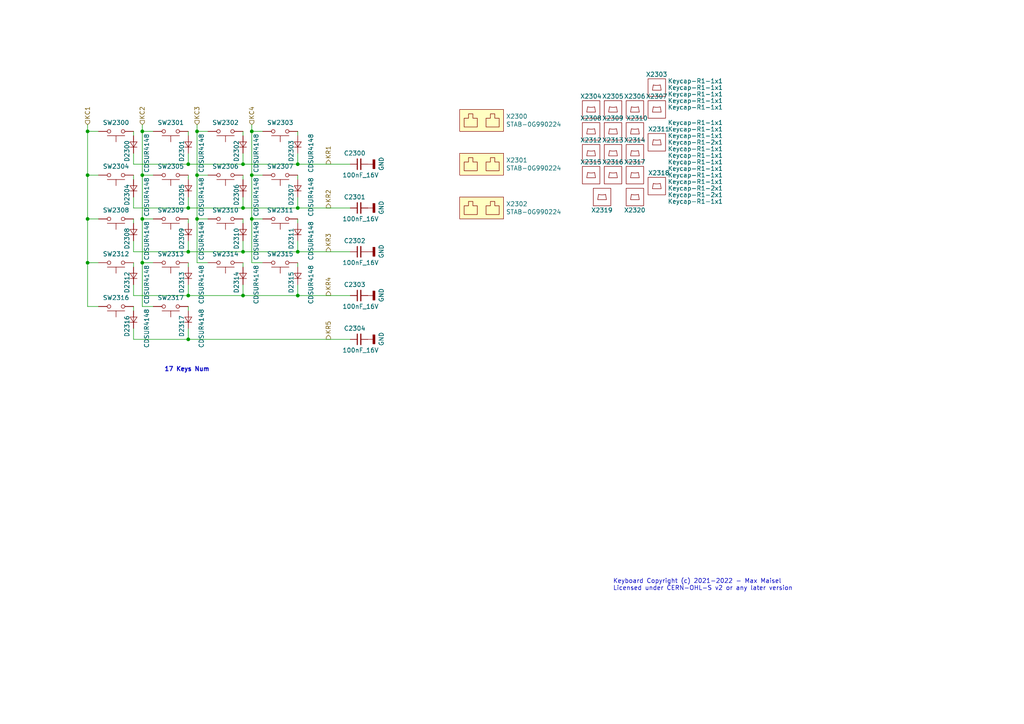
<source format=kicad_sch>
(kicad_sch (version 20211123) (generator eeschema)
  (paper "A4")
  (lib_symbols
    (symbol "CDSUR4148_1" (pin_numbers hide) (pin_names (offset 0.254) hide)
      (property "Reference" "D" (at -1.27 2.032 0))
      (property "Value" "CDSUR4148_1" (at -5.334 -2.286 0))
      (symbol "CDSUR4148_1_1_1"
        (pin passive line (at -2.54 0 0) (length 1.778) (name "K") (number "1"))
        (pin passive line (at 2.54 0 180) (length 1.778) (name "A") (number "2"))
      )
    )
    (symbol "CDSUR4148_10" (pin_numbers hide) (pin_names (offset 0.254) hide)
      (property "Reference" "D" (at -1.27 2.032 0))
      (property "Value" "CDSUR4148_10" (at -5.334 -2.286 0))
      (symbol "CDSUR4148_10_1_1"
        (pin passive line (at -2.54 0 0) (length 1.778) (name "K") (number "1"))
        (pin passive line (at 2.54 0 180) (length 1.778) (name "A") (number "2"))
      )
    )
    (symbol "CDSUR4148_11" (pin_numbers hide) (pin_names (offset 0.254) hide)
      (property "Reference" "D" (at -1.27 2.032 0))
      (property "Value" "CDSUR4148_11" (at -5.334 -2.286 0))
      (symbol "CDSUR4148_11_1_1"
        (pin passive line (at -2.54 0 0) (length 1.778) (name "K") (number "1"))
        (pin passive line (at 2.54 0 180) (length 1.778) (name "A") (number "2"))
      )
    )
    (symbol "CDSUR4148_12" (pin_numbers hide) (pin_names (offset 0.254) hide)
      (property "Reference" "D" (at -1.27 2.032 0))
      (property "Value" "CDSUR4148_12" (at -5.334 -2.286 0))
      (symbol "CDSUR4148_12_1_1"
        (pin passive line (at -2.54 0 0) (length 1.778) (name "K") (number "1"))
        (pin passive line (at 2.54 0 180) (length 1.778) (name "A") (number "2"))
      )
    )
    (symbol "CDSUR4148_13" (pin_numbers hide) (pin_names (offset 0.254) hide)
      (property "Reference" "D" (at -1.27 2.032 0))
      (property "Value" "CDSUR4148_13" (at -5.334 -2.286 0))
      (symbol "CDSUR4148_13_1_1"
        (pin passive line (at -2.54 0 0) (length 1.778) (name "K") (number "1"))
        (pin passive line (at 2.54 0 180) (length 1.778) (name "A") (number "2"))
      )
    )
    (symbol "CDSUR4148_14" (pin_numbers hide) (pin_names (offset 0.254) hide)
      (property "Reference" "D" (at -1.27 2.032 0))
      (property "Value" "CDSUR4148_14" (at -5.334 -2.286 0))
      (symbol "CDSUR4148_14_1_1"
        (pin passive line (at -2.54 0 0) (length 1.778) (name "K") (number "1"))
        (pin passive line (at 2.54 0 180) (length 1.778) (name "A") (number "2"))
      )
    )
    (symbol "CDSUR4148_15" (pin_numbers hide) (pin_names (offset 0.254) hide)
      (property "Reference" "D" (at -1.27 2.032 0))
      (property "Value" "CDSUR4148_15" (at -5.334 -2.286 0))
      (symbol "CDSUR4148_15_1_1"
        (pin passive line (at -2.54 0 0) (length 1.778) (name "K") (number "1"))
        (pin passive line (at 2.54 0 180) (length 1.778) (name "A") (number "2"))
      )
    )
    (symbol "CDSUR4148_16" (pin_numbers hide) (pin_names (offset 0.254) hide)
      (property "Reference" "D" (at -1.27 2.032 0))
      (property "Value" "CDSUR4148_16" (at -5.334 -2.286 0))
      (symbol "CDSUR4148_16_1_1"
        (pin passive line (at -2.54 0 0) (length 1.778) (name "K") (number "1"))
        (pin passive line (at 2.54 0 180) (length 1.778) (name "A") (number "2"))
      )
    )
    (symbol "CDSUR4148_17" (pin_numbers hide) (pin_names (offset 0.254) hide)
      (property "Reference" "D" (at -1.27 2.032 0))
      (property "Value" "CDSUR4148_17" (at -5.334 -2.286 0))
      (symbol "CDSUR4148_17_1_1"
        (pin passive line (at -2.54 0 0) (length 1.778) (name "K") (number "1"))
        (pin passive line (at 2.54 0 180) (length 1.778) (name "A") (number "2"))
      )
    )
    (symbol "CDSUR4148_2" (pin_numbers hide) (pin_names (offset 0.254) hide)
      (property "Reference" "D" (at -1.27 2.032 0))
      (property "Value" "CDSUR4148_2" (at -5.334 -2.286 0))
      (symbol "CDSUR4148_2_1_1"
        (pin passive line (at -2.54 0 0) (length 1.778) (name "K") (number "1"))
        (pin passive line (at 2.54 0 180) (length 1.778) (name "A") (number "2"))
      )
    )
    (symbol "CDSUR4148_3" (pin_numbers hide) (pin_names (offset 0.254) hide)
      (property "Reference" "D" (at -1.27 2.032 0))
      (property "Value" "CDSUR4148_3" (at -5.334 -2.286 0))
      (symbol "CDSUR4148_3_1_1"
        (pin passive line (at -2.54 0 0) (length 1.778) (name "K") (number "1"))
        (pin passive line (at 2.54 0 180) (length 1.778) (name "A") (number "2"))
      )
    )
    (symbol "CDSUR4148_4" (pin_numbers hide) (pin_names (offset 0.254) hide)
      (property "Reference" "D" (at -1.27 2.032 0))
      (property "Value" "CDSUR4148_4" (at -5.334 -2.286 0))
      (symbol "CDSUR4148_4_1_1"
        (pin passive line (at -2.54 0 0) (length 1.778) (name "K") (number "1"))
        (pin passive line (at 2.54 0 180) (length 1.778) (name "A") (number "2"))
      )
    )
    (symbol "CDSUR4148_5" (pin_numbers hide) (pin_names (offset 0.254) hide)
      (property "Reference" "D" (at -1.27 2.032 0))
      (property "Value" "CDSUR4148_5" (at -5.334 -2.286 0))
      (symbol "CDSUR4148_5_1_1"
        (pin passive line (at -2.54 0 0) (length 1.778) (name "K") (number "1"))
        (pin passive line (at 2.54 0 180) (length 1.778) (name "A") (number "2"))
      )
    )
    (symbol "CDSUR4148_6" (pin_numbers hide) (pin_names (offset 0.254) hide)
      (property "Reference" "D" (at -1.27 2.032 0))
      (property "Value" "CDSUR4148_6" (at -5.334 -2.286 0))
      (symbol "CDSUR4148_6_1_1"
        (pin passive line (at -2.54 0 0) (length 1.778) (name "K") (number "1"))
        (pin passive line (at 2.54 0 180) (length 1.778) (name "A") (number "2"))
      )
    )
    (symbol "CDSUR4148_7" (pin_numbers hide) (pin_names (offset 0.254) hide)
      (property "Reference" "D" (at -1.27 2.032 0))
      (property "Value" "CDSUR4148_7" (at -5.334 -2.286 0))
      (symbol "CDSUR4148_7_1_1"
        (pin passive line (at -2.54 0 0) (length 1.778) (name "K") (number "1"))
        (pin passive line (at 2.54 0 180) (length 1.778) (name "A") (number "2"))
      )
    )
    (symbol "CDSUR4148_8" (pin_numbers hide) (pin_names (offset 0.254) hide)
      (property "Reference" "D" (at -1.27 2.032 0))
      (property "Value" "CDSUR4148_8" (at -5.334 -2.286 0))
      (symbol "CDSUR4148_8_1_1"
        (pin passive line (at -2.54 0 0) (length 1.778) (name "K") (number "1"))
        (pin passive line (at 2.54 0 180) (length 1.778) (name "A") (number "2"))
      )
    )
    (symbol "CDSUR4148_9" (pin_numbers hide) (pin_names (offset 0.254) hide)
      (property "Reference" "D" (at -1.27 2.032 0))
      (property "Value" "CDSUR4148_9" (at -5.334 -2.286 0))
      (symbol "CDSUR4148_9_1_1"
        (pin passive line (at -2.54 0 0) (length 1.778) (name "K") (number "1"))
        (pin passive line (at 2.54 0 180) (length 1.778) (name "A") (number "2"))
      )
    )
    (symbol "Keyboard:100nF_16V" (pin_numbers hide) (pin_names (offset 0.254) hide)
      (property "Reference" "C" (at 0.254 1.778 0))
      (property "Value" "100nF_16V" (at 0.254 -2.032 0))
      (symbol "100nF_16V_1_1"
        (pin passive line (at 0 2.54 270) (length 2.032) (name "~") (number "1"))
        (pin passive line (at 0 -2.54 90) (length 2.032) (name "~") (number "2"))
      )
    )
    (symbol "Keyboard:CDSUR4148" (pin_numbers hide) (pin_names (offset 0.254) hide)
      (property "Reference" "D" (at -1.27 2.032 0))
      (property "Value" "CDSUR4148" (at -5.334 -2.286 0))
      (symbol "CDSUR4148_1_1"
        (pin passive line (at -2.54 0 0) (length 1.778) (name "K") (number "1"))
        (pin passive line (at 2.54 0 180) (length 1.778) (name "A") (number "2"))
      )
    )
    (symbol "Keyboard:GND" (power) (pin_names (offset 0))
      (property "Value" "GND" (at 0 -3.175 0))
      (symbol "GND_1_1"
        (pin power_in line (at 0 0 270) (length 0) hide (name "GND") (number "1"))
      )
    )
    (symbol "Keyboard:Keycap-R1-1x1" (pin_names (offset 1.016))
      (property "Reference" "X" (at -2.54 3.81 0))
      (property "Value" "Keycap-R1-1x1" (at 0 -3.81 0))
    )
    (symbol "Keyboard:Keycap-R1-2x1" (pin_names (offset 1.016))
      (property "Reference" "X" (at -2.54 3.81 0))
      (property "Value" "Keycap-R1-2x1" (at 0 -3.81 0))
    )
    (symbol "Keyboard:STAB-0G990224" (pin_names (offset 1.016))
      (property "Reference" "X" (at 0 0 0))
      (property "Value" "STAB-0G990224" (at 0 0 0))
    )
    (symbol "Keyboard:SW_Cherry_MX_RGB" (pin_numbers hide) (pin_names (offset 1.016) hide)
      (property "Reference" "SW" (at 1.27 2.54 0))
      (property "Value" "SW_Cherry_MX_RGB" (at 0 -1.524 0))
      (symbol "SW_Cherry_MX_RGB_0_1"
        (pin passive line (at -5.08 0 0) (length 2.54) (name "1") (number "1"))
        (pin passive line (at 5.08 0 180) (length 2.54) (name "2") (number "2"))
      )
    )
    (symbol "Keycap-R1-1x1_1" (pin_names (offset 1.016))
      (property "Reference" "X" (at -2.54 3.81 0))
      (property "Value" "Keycap-R1-1x1_1" (at 0 -3.81 0))
    )
    (symbol "Keycap-R1-1x1_10" (pin_names (offset 1.016))
      (property "Reference" "X" (at -2.54 3.81 0))
      (property "Value" "Keycap-R1-1x1_10" (at 0 -3.81 0))
    )
    (symbol "Keycap-R1-1x1_11" (pin_names (offset 1.016))
      (property "Reference" "X" (at -2.54 3.81 0))
      (property "Value" "Keycap-R1-1x1_11" (at 0 -3.81 0))
    )
    (symbol "Keycap-R1-1x1_12" (pin_names (offset 1.016))
      (property "Reference" "X" (at -2.54 3.81 0))
      (property "Value" "Keycap-R1-1x1_12" (at 0 -3.81 0))
    )
    (symbol "Keycap-R1-1x1_13" (pin_names (offset 1.016))
      (property "Reference" "X" (at -2.54 3.81 0))
      (property "Value" "Keycap-R1-1x1_13" (at 0 -3.81 0))
    )
    (symbol "Keycap-R1-1x1_14" (pin_names (offset 1.016))
      (property "Reference" "X" (at -2.54 3.81 0))
      (property "Value" "Keycap-R1-1x1_14" (at 0 -3.81 0))
    )
    (symbol "Keycap-R1-1x1_2" (pin_names (offset 1.016))
      (property "Reference" "X" (at -2.54 3.81 0))
      (property "Value" "Keycap-R1-1x1_2" (at 0 -3.81 0))
    )
    (symbol "Keycap-R1-1x1_3" (pin_names (offset 1.016))
      (property "Reference" "X" (at -2.54 3.81 0))
      (property "Value" "Keycap-R1-1x1_3" (at 0 -3.81 0))
    )
    (symbol "Keycap-R1-1x1_4" (pin_names (offset 1.016))
      (property "Reference" "X" (at -2.54 3.81 0))
      (property "Value" "Keycap-R1-1x1_4" (at 0 -3.81 0))
    )
    (symbol "Keycap-R1-1x1_5" (pin_names (offset 1.016))
      (property "Reference" "X" (at -2.54 3.81 0))
      (property "Value" "Keycap-R1-1x1_5" (at 0 -3.81 0))
    )
    (symbol "Keycap-R1-1x1_6" (pin_names (offset 1.016))
      (property "Reference" "X" (at -2.54 3.81 0))
      (property "Value" "Keycap-R1-1x1_6" (at 0 -3.81 0))
    )
    (symbol "Keycap-R1-1x1_7" (pin_names (offset 1.016))
      (property "Reference" "X" (at -2.54 3.81 0))
      (property "Value" "Keycap-R1-1x1_7" (at 0 -3.81 0))
    )
    (symbol "Keycap-R1-1x1_8" (pin_names (offset 1.016))
      (property "Reference" "X" (at -2.54 3.81 0))
      (property "Value" "Keycap-R1-1x1_8" (at 0 -3.81 0))
    )
    (symbol "Keycap-R1-1x1_9" (pin_names (offset 1.016))
      (property "Reference" "X" (at -2.54 3.81 0))
      (property "Value" "Keycap-R1-1x1_9" (at 0 -3.81 0))
    )
    (symbol "Keycap-R1-2x1_1" (pin_names (offset 1.016))
      (property "Reference" "X" (at -2.54 3.81 0))
      (property "Value" "Keycap-R1-2x1_1" (at 0 -3.81 0))
    )
    (symbol "Keycap-R1-2x1_2" (pin_names (offset 1.016))
      (property "Reference" "X" (at -2.54 3.81 0))
      (property "Value" "Keycap-R1-2x1_2" (at 0 -3.81 0))
    )
    (symbol "STAB-0G990224_1" (pin_names (offset 1.016))
      (property "Reference" "X" (at 0 0 0))
      (property "Value" "STAB-0G990224_1" (at 0 0 0))
    )
    (symbol "STAB-0G990224_2" (pin_names (offset 1.016))
      (property "Reference" "X" (at 0 0 0))
      (property "Value" "STAB-0G990224_2" (at 0 0 0))
    )
    (symbol "SW_Cherry_MX_RGB_1" (pin_numbers hide) (pin_names (offset 1.016) hide)
      (property "Reference" "SW" (at 1.27 2.54 0))
      (property "Value" "SW_Cherry_MX_RGB_1" (at 0 -1.524 0))
      (symbol "SW_Cherry_MX_RGB_1_0_1"
        (pin passive line (at -5.08 0 0) (length 2.54) (name "1") (number "1"))
        (pin passive line (at 5.08 0 180) (length 2.54) (name "2") (number "2"))
      )
    )
    (symbol "SW_Cherry_MX_RGB_10" (pin_numbers hide) (pin_names (offset 1.016) hide)
      (property "Reference" "SW" (at 1.27 2.54 0))
      (property "Value" "SW_Cherry_MX_RGB_10" (at 0 -1.524 0))
      (symbol "SW_Cherry_MX_RGB_10_0_1"
        (pin passive line (at -5.08 0 0) (length 2.54) (name "1") (number "1"))
        (pin passive line (at 5.08 0 180) (length 2.54) (name "2") (number "2"))
      )
    )
    (symbol "SW_Cherry_MX_RGB_11" (pin_numbers hide) (pin_names (offset 1.016) hide)
      (property "Reference" "SW" (at 1.27 2.54 0))
      (property "Value" "SW_Cherry_MX_RGB_11" (at 0 -1.524 0))
      (symbol "SW_Cherry_MX_RGB_11_0_1"
        (pin passive line (at -5.08 0 0) (length 2.54) (name "1") (number "1"))
        (pin passive line (at 5.08 0 180) (length 2.54) (name "2") (number "2"))
      )
    )
    (symbol "SW_Cherry_MX_RGB_12" (pin_numbers hide) (pin_names (offset 1.016) hide)
      (property "Reference" "SW" (at 1.27 2.54 0))
      (property "Value" "SW_Cherry_MX_RGB_12" (at 0 -1.524 0))
      (symbol "SW_Cherry_MX_RGB_12_0_1"
        (pin passive line (at -5.08 0 0) (length 2.54) (name "1") (number "1"))
        (pin passive line (at 5.08 0 180) (length 2.54) (name "2") (number "2"))
      )
    )
    (symbol "SW_Cherry_MX_RGB_13" (pin_numbers hide) (pin_names (offset 1.016) hide)
      (property "Reference" "SW" (at 1.27 2.54 0))
      (property "Value" "SW_Cherry_MX_RGB_13" (at 0 -1.524 0))
      (symbol "SW_Cherry_MX_RGB_13_0_1"
        (pin passive line (at -5.08 0 0) (length 2.54) (name "1") (number "1"))
        (pin passive line (at 5.08 0 180) (length 2.54) (name "2") (number "2"))
      )
    )
    (symbol "SW_Cherry_MX_RGB_14" (pin_numbers hide) (pin_names (offset 1.016) hide)
      (property "Reference" "SW" (at 1.27 2.54 0))
      (property "Value" "SW_Cherry_MX_RGB_14" (at 0 -1.524 0))
      (symbol "SW_Cherry_MX_RGB_14_0_1"
        (pin passive line (at -5.08 0 0) (length 2.54) (name "1") (number "1"))
        (pin passive line (at 5.08 0 180) (length 2.54) (name "2") (number "2"))
      )
    )
    (symbol "SW_Cherry_MX_RGB_15" (pin_numbers hide) (pin_names (offset 1.016) hide)
      (property "Reference" "SW" (at 1.27 2.54 0))
      (property "Value" "SW_Cherry_MX_RGB_15" (at 0 -1.524 0))
      (symbol "SW_Cherry_MX_RGB_15_0_1"
        (pin passive line (at -5.08 0 0) (length 2.54) (name "1") (number "1"))
        (pin passive line (at 5.08 0 180) (length 2.54) (name "2") (number "2"))
      )
    )
    (symbol "SW_Cherry_MX_RGB_16" (pin_numbers hide) (pin_names (offset 1.016) hide)
      (property "Reference" "SW" (at 1.27 2.54 0))
      (property "Value" "SW_Cherry_MX_RGB_16" (at 0 -1.524 0))
      (symbol "SW_Cherry_MX_RGB_16_0_1"
        (pin passive line (at -5.08 0 0) (length 2.54) (name "1") (number "1"))
        (pin passive line (at 5.08 0 180) (length 2.54) (name "2") (number "2"))
      )
    )
    (symbol "SW_Cherry_MX_RGB_17" (pin_numbers hide) (pin_names (offset 1.016) hide)
      (property "Reference" "SW" (at 1.27 2.54 0))
      (property "Value" "SW_Cherry_MX_RGB_17" (at 0 -1.524 0))
      (symbol "SW_Cherry_MX_RGB_17_0_1"
        (pin passive line (at -5.08 0 0) (length 2.54) (name "1") (number "1"))
        (pin passive line (at 5.08 0 180) (length 2.54) (name "2") (number "2"))
      )
    )
    (symbol "SW_Cherry_MX_RGB_2" (pin_numbers hide) (pin_names (offset 1.016) hide)
      (property "Reference" "SW" (at 1.27 2.54 0))
      (property "Value" "SW_Cherry_MX_RGB_2" (at 0 -1.524 0))
      (symbol "SW_Cherry_MX_RGB_2_0_1"
        (pin passive line (at -5.08 0 0) (length 2.54) (name "1") (number "1"))
        (pin passive line (at 5.08 0 180) (length 2.54) (name "2") (number "2"))
      )
    )
    (symbol "SW_Cherry_MX_RGB_3" (pin_numbers hide) (pin_names (offset 1.016) hide)
      (property "Reference" "SW" (at 1.27 2.54 0))
      (property "Value" "SW_Cherry_MX_RGB_3" (at 0 -1.524 0))
      (symbol "SW_Cherry_MX_RGB_3_0_1"
        (pin passive line (at -5.08 0 0) (length 2.54) (name "1") (number "1"))
        (pin passive line (at 5.08 0 180) (length 2.54) (name "2") (number "2"))
      )
    )
    (symbol "SW_Cherry_MX_RGB_4" (pin_numbers hide) (pin_names (offset 1.016) hide)
      (property "Reference" "SW" (at 1.27 2.54 0))
      (property "Value" "SW_Cherry_MX_RGB_4" (at 0 -1.524 0))
      (symbol "SW_Cherry_MX_RGB_4_0_1"
        (pin passive line (at -5.08 0 0) (length 2.54) (name "1") (number "1"))
        (pin passive line (at 5.08 0 180) (length 2.54) (name "2") (number "2"))
      )
    )
    (symbol "SW_Cherry_MX_RGB_5" (pin_numbers hide) (pin_names (offset 1.016) hide)
      (property "Reference" "SW" (at 1.27 2.54 0))
      (property "Value" "SW_Cherry_MX_RGB_5" (at 0 -1.524 0))
      (symbol "SW_Cherry_MX_RGB_5_0_1"
        (pin passive line (at -5.08 0 0) (length 2.54) (name "1") (number "1"))
        (pin passive line (at 5.08 0 180) (length 2.54) (name "2") (number "2"))
      )
    )
    (symbol "SW_Cherry_MX_RGB_6" (pin_numbers hide) (pin_names (offset 1.016) hide)
      (property "Reference" "SW" (at 1.27 2.54 0))
      (property "Value" "SW_Cherry_MX_RGB_6" (at 0 -1.524 0))
      (symbol "SW_Cherry_MX_RGB_6_0_1"
        (pin passive line (at -5.08 0 0) (length 2.54) (name "1") (number "1"))
        (pin passive line (at 5.08 0 180) (length 2.54) (name "2") (number "2"))
      )
    )
    (symbol "SW_Cherry_MX_RGB_7" (pin_numbers hide) (pin_names (offset 1.016) hide)
      (property "Reference" "SW" (at 1.27 2.54 0))
      (property "Value" "SW_Cherry_MX_RGB_7" (at 0 -1.524 0))
      (symbol "SW_Cherry_MX_RGB_7_0_1"
        (pin passive line (at -5.08 0 0) (length 2.54) (name "1") (number "1"))
        (pin passive line (at 5.08 0 180) (length 2.54) (name "2") (number "2"))
      )
    )
    (symbol "SW_Cherry_MX_RGB_8" (pin_numbers hide) (pin_names (offset 1.016) hide)
      (property "Reference" "SW" (at 1.27 2.54 0))
      (property "Value" "SW_Cherry_MX_RGB_8" (at 0 -1.524 0))
      (symbol "SW_Cherry_MX_RGB_8_0_1"
        (pin passive line (at -5.08 0 0) (length 2.54) (name "1") (number "1"))
        (pin passive line (at 5.08 0 180) (length 2.54) (name "2") (number "2"))
      )
    )
    (symbol "SW_Cherry_MX_RGB_9" (pin_numbers hide) (pin_names (offset 1.016) hide)
      (property "Reference" "SW" (at 1.27 2.54 0))
      (property "Value" "SW_Cherry_MX_RGB_9" (at 0 -1.524 0))
      (symbol "SW_Cherry_MX_RGB_9_0_1"
        (pin passive line (at -5.08 0 0) (length 2.54) (name "1") (number "1"))
        (pin passive line (at 5.08 0 180) (length 2.54) (name "2") (number "2"))
      )
    )
  )
  (junction (at 25.4 38.1))
  (junction (at 70.485 47.625))
  (junction (at 41.275 76.2))
  (junction (at 25.4 63.5))
  (junction (at 86.36 73.025))
  (junction (at 54.61 98.425))
  (junction (at 54.61 60.325))
  (junction (at 25.4 76.2))
  (junction (at 41.275 38.1))
  (junction (at 86.36 47.625))
  (junction (at 57.15 50.8))
  (junction (at 41.275 63.5))
  (junction (at 73.025 38.1))
  (junction (at 25.4 50.8))
  (junction (at 41.275 50.8))
  (junction (at 70.485 73.025))
  (junction (at 73.025 63.5))
  (junction (at 54.61 47.625))
  (junction (at 86.36 85.725))
  (junction (at 54.61 73.025))
  (junction (at 70.485 60.325))
  (junction (at 86.36 60.325))
  (junction (at 73.025 50.8))
  (junction (at 57.15 38.1))
  (junction (at 70.485 85.725))
  (junction (at 57.15 63.5))
  (junction (at 54.61 85.725))
  (wire (pts (xy 54.61 90.17) (xy 54.61 88.9)))
  (wire (pts (xy 38.735 95.25) (xy 38.735 98.425)))
  (wire (pts (xy 44.45 63.5) (xy 41.275 63.5)))
  (wire (pts (xy 54.61 52.07) (xy 54.61 50.8)))
  (wire (pts (xy 86.36 85.725) (xy 101.6 85.725)))
  (wire (pts (xy 86.36 52.07) (xy 86.36 50.8)))
  (wire (pts (xy 41.275 50.8) (xy 41.275 63.5)))
  (wire (pts (xy 38.735 64.77) (xy 38.735 63.5)))
  (wire (pts (xy 76.2 50.8) (xy 73.025 50.8)))
  (wire (pts (xy 57.15 50.8) (xy 57.15 63.5)))
  (wire (pts (xy 38.735 39.37) (xy 38.735 38.1)))
  (wire (pts (xy 41.275 38.1) (xy 41.275 50.8)))
  (wire (pts (xy 86.36 47.625) (xy 70.485 47.625)))
  (wire (pts (xy 60.325 76.2) (xy 57.15 76.2)))
  (wire (pts (xy 25.4 88.9) (xy 28.575 88.9)))
  (wire (pts (xy 54.61 60.325) (xy 38.735 60.325)))
  (wire (pts (xy 70.485 47.625) (xy 54.61 47.625)))
  (wire (pts (xy 28.575 76.2) (xy 25.4 76.2)))
  (wire (pts (xy 86.36 77.47) (xy 86.36 76.2)))
  (wire (pts (xy 44.45 38.1) (xy 41.275 38.1)))
  (wire (pts (xy 41.275 76.2) (xy 41.275 88.9)))
  (wire (pts (xy 41.275 36.195) (xy 41.275 38.1)))
  (wire (pts (xy 70.485 64.77) (xy 70.485 63.5)))
  (wire (pts (xy 70.485 39.37) (xy 70.485 38.1)))
  (wire (pts (xy 54.61 82.55) (xy 54.61 85.725)))
  (wire (pts (xy 54.61 69.85) (xy 54.61 73.025)))
  (wire (pts (xy 57.15 38.1) (xy 57.15 50.8)))
  (wire (pts (xy 70.485 57.15) (xy 70.485 60.325)))
  (wire (pts (xy 54.61 98.425) (xy 101.6 98.425)))
  (wire (pts (xy 38.735 44.45) (xy 38.735 47.625)))
  (wire (pts (xy 86.36 73.025) (xy 70.485 73.025)))
  (wire (pts (xy 54.61 73.025) (xy 38.735 73.025)))
  (wire (pts (xy 54.61 77.47) (xy 54.61 76.2)))
  (wire (pts (xy 70.485 52.07) (xy 70.485 50.8)))
  (wire (pts (xy 54.61 85.725) (xy 38.735 85.725)))
  (wire (pts (xy 54.61 57.15) (xy 54.61 60.325)))
  (wire (pts (xy 70.485 73.025) (xy 54.61 73.025)))
  (wire (pts (xy 25.4 63.5) (xy 25.4 76.2)))
  (wire (pts (xy 70.485 85.725) (xy 54.61 85.725)))
  (wire (pts (xy 86.36 60.325) (xy 70.485 60.325)))
  (wire (pts (xy 86.36 44.45) (xy 86.36 47.625)))
  (wire (pts (xy 54.61 95.25) (xy 54.61 98.425)))
  (wire (pts (xy 54.61 44.45) (xy 54.61 47.625)))
  (wire (pts (xy 38.735 82.55) (xy 38.735 85.725)))
  (wire (pts (xy 25.4 38.1) (xy 25.4 36.195)))
  (wire (pts (xy 25.4 76.2) (xy 25.4 88.9)))
  (wire (pts (xy 86.36 39.37) (xy 86.36 38.1)))
  (wire (pts (xy 70.485 77.47) (xy 70.485 76.2)))
  (wire (pts (xy 70.485 69.85) (xy 70.485 73.025)))
  (wire (pts (xy 38.735 52.07) (xy 38.735 50.8)))
  (wire (pts (xy 25.4 50.8) (xy 25.4 63.5)))
  (wire (pts (xy 54.61 64.77) (xy 54.61 63.5)))
  (wire (pts (xy 86.36 60.325) (xy 101.6 60.325)))
  (wire (pts (xy 38.735 57.15) (xy 38.735 60.325)))
  (wire (pts (xy 38.735 90.17) (xy 38.735 88.9)))
  (wire (pts (xy 73.025 63.5) (xy 73.025 76.2)))
  (wire (pts (xy 70.485 60.325) (xy 54.61 60.325)))
  (wire (pts (xy 38.735 69.85) (xy 38.735 73.025)))
  (wire (pts (xy 57.15 36.195) (xy 57.15 38.1)))
  (wire (pts (xy 86.36 57.15) (xy 86.36 60.325)))
  (wire (pts (xy 60.325 50.8) (xy 57.15 50.8)))
  (wire (pts (xy 86.36 82.55) (xy 86.36 85.725)))
  (wire (pts (xy 73.025 38.1) (xy 73.025 50.8)))
  (wire (pts (xy 28.575 63.5) (xy 25.4 63.5)))
  (wire (pts (xy 86.36 47.625) (xy 101.6 47.625)))
  (wire (pts (xy 73.025 50.8) (xy 73.025 63.5)))
  (wire (pts (xy 54.61 39.37) (xy 54.61 38.1)))
  (wire (pts (xy 76.2 76.2) (xy 73.025 76.2)))
  (wire (pts (xy 86.36 69.85) (xy 86.36 73.025)))
  (wire (pts (xy 41.275 63.5) (xy 41.275 76.2)))
  (wire (pts (xy 76.2 63.5) (xy 73.025 63.5)))
  (wire (pts (xy 41.275 88.9) (xy 44.45 88.9)))
  (wire (pts (xy 86.36 64.77) (xy 86.36 63.5)))
  (wire (pts (xy 44.45 76.2) (xy 41.275 76.2)))
  (wire (pts (xy 28.575 50.8) (xy 25.4 50.8)))
  (wire (pts (xy 54.61 98.425) (xy 38.735 98.425)))
  (wire (pts (xy 57.15 63.5) (xy 57.15 76.2)))
  (wire (pts (xy 86.36 73.025) (xy 101.6 73.025)))
  (wire (pts (xy 76.2 38.1) (xy 73.025 38.1)))
  (wire (pts (xy 60.325 63.5) (xy 57.15 63.5)))
  (wire (pts (xy 38.735 77.47) (xy 38.735 76.2)))
  (wire (pts (xy 70.485 82.55) (xy 70.485 85.725)))
  (wire (pts (xy 86.36 85.725) (xy 70.485 85.725)))
  (wire (pts (xy 44.45 50.8) (xy 41.275 50.8)))
  (wire (pts (xy 25.4 38.1) (xy 25.4 50.8)))
  (wire (pts (xy 70.485 44.45) (xy 70.485 47.625)))
  (wire (pts (xy 60.325 38.1) (xy 57.15 38.1)))
  (wire (pts (xy 25.4 38.1) (xy 28.575 38.1)))
  (wire (pts (xy 54.61 47.625) (xy 38.735 47.625)))
  (wire (pts (xy 73.025 36.195) (xy 73.025 38.1)))
  (text "Keyboard Copyright (c) 2021-2022 - Max Maisel\nLicensed under CERN-OHL-S v2 or any later version" (at 177.8 171.45 0) (effects (font (size 1.27 1.27)) (justify left bottom)))
  (text "17 Keys Num" (at 47.625 107.95 0) (effects (font (size 1.27 1.27) (thickness 0.254) bold) (justify left bottom)))
  (hierarchical_label "KC2" (shape input) (at 41.275 36.195 90))
  (hierarchical_label "KC1" (shape input) (at 25.4 36.195 90))
  (hierarchical_label "KR3" (shape output) (at 95.25 73.025 90))
  (hierarchical_label "KC4" (shape input) (at 73.025 36.195 90))
  (hierarchical_label "KR4" (shape output) (at 95.25 85.725 90))
  (hierarchical_label "KR5" (shape output) (at 95.25 98.425 90))
  (hierarchical_label "KR2" (shape output) (at 95.25 60.325 90))
  (hierarchical_label "KR1" (shape output) (at 95.25 47.625 90))
  (hierarchical_label "KC3" (shape input) (at 57.15 36.195 90))
  (symbol (lib_name "SW_Cherry_MX_RGB_17") (lib_id "Keyboard:SW_Cherry_MX_RGB") (at 33.655 38.1 0) (mirror x) (unit 1)
    (property "Reference" "SW2300" (at 33.655 35.56 0))
    (property "Value" "SW_Cherry_MX_RGB" (effects hide))
    (property "Footprint" "Keyboard:SW_Cherry_MX1A_RGB" (effects hide))
    (property "Datasheet" "https://www.cherrymx.de/dev.html" (effects hide))
    (property "reichelt#" "CHERRY MX1A-G1NA" (effects hide))
  )
  (symbol (lib_name "SW_Cherry_MX_RGB_7") (lib_id "Keyboard:SW_Cherry_MX_RGB") (at 33.655 50.8 0) (mirror x) (unit 1)
    (property "Reference" "SW2304" (at 33.655 48.26 0))
    (property "Value" "SW_Cherry_MX_RGB" (effects hide))
    (property "Footprint" "Keyboard:SW_Cherry_MX1A_RGB" (effects hide))
    (property "Datasheet" "https://www.cherrymx.de/dev.html" (effects hide))
    (property "reichelt#" "CHERRY MX1A-G1NA" (effects hide))
  )
  (symbol (lib_name "SW_Cherry_MX_RGB_8") (lib_id "Keyboard:SW_Cherry_MX_RGB") (at 33.655 63.5 0) (mirror x) (unit 1)
    (property "Reference" "SW2308" (at 33.655 60.96 0))
    (property "Value" "SW_Cherry_MX_RGB" (effects hide))
    (property "Footprint" "Keyboard:SW_Cherry_MX1A_RGB" (effects hide))
    (property "Datasheet" "https://www.cherrymx.de/dev.html" (effects hide))
    (property "reichelt#" "CHERRY MX1A-G1NA" (effects hide))
  )
  (symbol (lib_name "SW_Cherry_MX_RGB_10") (lib_id "Keyboard:SW_Cherry_MX_RGB") (at 33.655 76.2 0) (mirror x) (unit 1)
    (property "Reference" "SW2312" (at 33.655 73.66 0))
    (property "Value" "SW_Cherry_MX_RGB" (effects hide))
    (property "Footprint" "Keyboard:SW_Cherry_MX1A_RGB" (effects hide))
    (property "Datasheet" "https://www.cherrymx.de/dev.html" (effects hide))
    (property "reichelt#" "CHERRY MX1A-G1NA" (effects hide))
  )
  (symbol (lib_name "SW_Cherry_MX_RGB_9") (lib_id "Keyboard:SW_Cherry_MX_RGB") (at 33.655 88.9 0) (mirror x) (unit 1)
    (property "Reference" "SW2316" (at 33.655 86.36 0))
    (property "Value" "SW_Cherry_MX_RGB" (effects hide))
    (property "Footprint" "Keyboard:SW_Cherry_MX1A_RGB" (effects hide))
    (property "Datasheet" "https://www.cherrymx.de/dev.html" (effects hide))
    (property "reichelt#" "CHERRY MX1A-G1NA" (effects hide))
  )
  (symbol (lib_id "Keyboard:SW_Cherry_MX_RGB") (at 49.53 38.1 0) (mirror x) (unit 1)
    (property "Reference" "SW2301" (at 49.53 35.56 0))
    (property "Value" "SW_Cherry_MX_RGB" (effects hide))
    (property "Footprint" "Keyboard:SW_Cherry_MX1A_RGB" (effects hide))
    (property "Datasheet" "https://www.cherrymx.de/dev.html" (effects hide))
    (property "reichelt#" "CHERRY MX1A-G1NA" (effects hide))
  )
  (symbol (lib_name "SW_Cherry_MX_RGB_6") (lib_id "Keyboard:SW_Cherry_MX_RGB") (at 49.53 50.8 0) (mirror x) (unit 1)
    (property "Reference" "SW2305" (at 49.53 48.26 0))
    (property "Value" "SW_Cherry_MX_RGB" (effects hide))
    (property "Footprint" "Keyboard:SW_Cherry_MX1A_RGB" (effects hide))
    (property "Datasheet" "https://www.cherrymx.de/dev.html" (effects hide))
    (property "reichelt#" "CHERRY MX1A-G1NA" (effects hide))
  )
  (symbol (lib_name "SW_Cherry_MX_RGB_11") (lib_id "Keyboard:SW_Cherry_MX_RGB") (at 49.53 76.2 0) (mirror x) (unit 1)
    (property "Reference" "SW2313" (at 49.53 73.66 0))
    (property "Value" "SW_Cherry_MX_RGB" (effects hide))
    (property "Footprint" "Keyboard:SW_Cherry_MX1A_RGB" (effects hide))
    (property "Datasheet" "https://www.cherrymx.de/dev.html" (effects hide))
    (property "reichelt#" "CHERRY MX1A-G1NA" (effects hide))
  )
  (symbol (lib_name "SW_Cherry_MX_RGB_12") (lib_id "Keyboard:SW_Cherry_MX_RGB") (at 49.53 88.9 0) (mirror x) (unit 1)
    (property "Reference" "SW2317" (at 49.53 86.36 0))
    (property "Value" "SW_Cherry_MX_RGB" (effects hide))
    (property "Footprint" "Keyboard:SW_Cherry_MX1A_RGB" (effects hide))
    (property "Datasheet" "https://www.cherrymx.de/dev.html" (effects hide))
    (property "reichelt#" "CHERRY MX1A-G1NA" (effects hide))
  )
  (symbol (lib_name "SW_Cherry_MX_RGB_4") (lib_id "Keyboard:SW_Cherry_MX_RGB") (at 65.405 38.1 0) (mirror x) (unit 1)
    (property "Reference" "SW2302" (at 65.405 35.56 0))
    (property "Value" "SW_Cherry_MX_RGB" (effects hide))
    (property "Footprint" "Keyboard:SW_Cherry_MX1A_RGB" (effects hide))
    (property "Datasheet" "https://www.cherrymx.de/dev.html" (effects hide))
    (property "reichelt#" "CHERRY MX1A-G1NA" (effects hide))
  )
  (symbol (lib_name "SW_Cherry_MX_RGB_1") (lib_id "Keyboard:SW_Cherry_MX_RGB") (at 65.405 50.8 0) (mirror x) (unit 1)
    (property "Reference" "SW2306" (at 65.405 48.26 0))
    (property "Value" "SW_Cherry_MX_RGB" (effects hide))
    (property "Footprint" "Keyboard:SW_Cherry_MX1A_RGB" (effects hide))
    (property "Datasheet" "https://www.cherrymx.de/dev.html" (effects hide))
    (property "reichelt#" "CHERRY MX1A-G1NA" (effects hide))
  )
  (symbol (lib_name "SW_Cherry_MX_RGB_16") (lib_id "Keyboard:SW_Cherry_MX_RGB") (at 65.405 63.5 0) (mirror x) (unit 1)
    (property "Reference" "SW2310" (at 65.405 60.96 0))
    (property "Value" "SW_Cherry_MX_RGB" (effects hide))
    (property "Footprint" "Keyboard:SW_Cherry_MX1A_RGB" (effects hide))
    (property "Datasheet" "https://www.cherrymx.de/dev.html" (effects hide))
    (property "reichelt#" "CHERRY MX1A-G1NA" (effects hide))
  )
  (symbol (lib_name "SW_Cherry_MX_RGB_15") (lib_id "Keyboard:SW_Cherry_MX_RGB") (at 65.405 76.2 0) (mirror x) (unit 1)
    (property "Reference" "SW2314" (at 65.405 73.66 0))
    (property "Value" "SW_Cherry_MX_RGB" (effects hide))
    (property "Footprint" "Keyboard:SW_Cherry_MX1A_RGB" (effects hide))
    (property "Datasheet" "https://www.cherrymx.de/dev.html" (effects hide))
    (property "reichelt#" "CHERRY MX1A-G1NA" (effects hide))
  )
  (symbol (lib_name "SW_Cherry_MX_RGB_3") (lib_id "Keyboard:SW_Cherry_MX_RGB") (at 81.28 38.1 0) (mirror x) (unit 1)
    (property "Reference" "SW2303" (at 81.28 35.56 0))
    (property "Value" "SW_Cherry_MX_RGB" (effects hide))
    (property "Footprint" "Keyboard:SW_Cherry_MX1A_RGB" (effects hide))
    (property "Datasheet" "https://www.cherrymx.de/dev.html" (effects hide))
    (property "reichelt#" "CHERRY MX1A-G1NA" (effects hide))
  )
  (symbol (lib_id "Keyboard:100nF_16V") (at 104.14 47.625 90) (unit 1)
    (property "Reference" "C2300" (at 106.045 44.45 90) (effects (justify left)))
    (property "Value" "100nF_16V" (at 109.855 50.8 90) (effects (justify left)))
    (property "Footprint" "Keyboard:C_0402" (effects hide))
    (property "Datasheet" "80-C0402C104K4R" (effects hide))
    (property "mouser#" "80-C0402C104K4R" (effects hide))
  )
  (symbol (lib_id "Keyboard:GND") (at 106.68 47.625 90) (unit 1)
    (property "Reference" "#PWR02300" (effects hide))
    (property "Value" "GND" (at 110.617 47.5234 0))
  )
  (symbol (lib_id "Keyboard:100nF_16V") (at 104.14 73.025 90) (unit 1)
    (property "Reference" "C2302" (at 106.045 69.85 90) (effects (justify left)))
    (property "Value" "100nF_16V" (at 109.855 76.2 90) (effects (justify left)))
    (property "Footprint" "Keyboard:C_0402" (effects hide))
    (property "Datasheet" "80-C0402C104K4R" (effects hide))
    (property "mouser#" "80-C0402C104K4R" (effects hide))
  )
  (symbol (lib_id "Keyboard:GND") (at 106.68 73.025 90) (unit 1)
    (property "Reference" "#PWR02302" (effects hide))
    (property "Value" "GND" (at 110.617 72.9234 0))
  )
  (symbol (lib_id "Keyboard:100nF_16V") (at 104.14 85.725 90) (unit 1)
    (property "Reference" "C2303" (at 106.045 82.55 90) (effects (justify left)))
    (property "Value" "100nF_16V" (at 109.855 88.9 90) (effects (justify left)))
    (property "Footprint" "Keyboard:C_0402" (effects hide))
    (property "Datasheet" "80-C0402C104K4R" (effects hide))
    (property "mouser#" "80-C0402C104K4R" (effects hide))
  )
  (symbol (lib_id "Keyboard:GND") (at 106.68 85.725 90) (unit 1)
    (property "Reference" "#PWR02303" (effects hide))
    (property "Value" "GND" (at 110.617 85.6234 0))
  )
  (symbol (lib_id "Keyboard:100nF_16V") (at 104.14 98.425 90) (unit 1)
    (property "Reference" "C2304" (at 106.045 95.25 90) (effects (justify left)))
    (property "Value" "100nF_16V" (at 109.855 101.6 90) (effects (justify left)))
    (property "Footprint" "Keyboard:C_0402" (effects hide))
    (property "Datasheet" "80-C0402C104K4R" (effects hide))
    (property "mouser#" "80-C0402C104K4R" (effects hide))
  )
  (symbol (lib_id "Keyboard:GND") (at 106.68 98.425 90) (unit 1)
    (property "Reference" "#PWR02304" (effects hide))
    (property "Value" "GND" (at 110.617 98.3234 0))
  )
  (symbol (lib_name "SW_Cherry_MX_RGB_5") (lib_id "Keyboard:SW_Cherry_MX_RGB") (at 49.53 63.5 0) (mirror x) (unit 1)
    (property "Reference" "SW2309" (at 49.53 60.96 0))
    (property "Value" "SW_Cherry_MX_RGB" (effects hide))
    (property "Footprint" "Keyboard:SW_Cherry_MX1A_RGB" (effects hide))
    (property "Datasheet" "https://www.cherrymx.de/dev.html" (effects hide))
    (property "reichelt#" "CHERRY MX1A-G1NA" (effects hide))
  )
  (symbol (lib_name "SW_Cherry_MX_RGB_2") (lib_id "Keyboard:SW_Cherry_MX_RGB") (at 81.28 50.8 0) (mirror x) (unit 1)
    (property "Reference" "SW2307" (at 81.28 48.26 0))
    (property "Value" "SW_Cherry_MX_RGB" (effects hide))
    (property "Footprint" "Keyboard:SW_Cherry_MX1A_RGB" (effects hide))
    (property "Datasheet" "https://www.cherrymx.de/dev.html" (effects hide))
    (property "reichelt#" "CHERRY MX1A-G1NA" (effects hide))
  )
  (symbol (lib_name "SW_Cherry_MX_RGB_14") (lib_id "Keyboard:SW_Cherry_MX_RGB") (at 81.28 63.5 0) (mirror x) (unit 1)
    (property "Reference" "SW2311" (at 81.28 60.96 0))
    (property "Value" "SW_Cherry_MX_RGB" (effects hide))
    (property "Footprint" "Keyboard:SW_Cherry_MX1A_RGB" (effects hide))
    (property "Datasheet" "https://www.cherrymx.de/dev.html" (effects hide))
    (property "reichelt#" "CHERRY MX1A-G1NA" (effects hide))
  )
  (symbol (lib_name "SW_Cherry_MX_RGB_13") (lib_id "Keyboard:SW_Cherry_MX_RGB") (at 81.28 76.2 0) (mirror x) (unit 1)
    (property "Reference" "SW2315" (at 81.28 73.66 0))
    (property "Value" "SW_Cherry_MX_RGB" (effects hide))
    (property "Footprint" "Keyboard:SW_Cherry_MX1A_RGB" (effects hide))
    (property "Datasheet" "https://www.cherrymx.de/dev.html" (effects hide))
    (property "reichelt#" "CHERRY MX1A-G1NA" (effects hide))
  )
  (symbol (lib_id "Keyboard:100nF_16V") (at 104.14 60.325 90) (unit 1)
    (property "Reference" "C2301" (at 106.045 57.15 90) (effects (justify left)))
    (property "Value" "100nF_16V" (at 109.855 63.5 90) (effects (justify left)))
    (property "Footprint" "Keyboard:C_0402" (effects hide))
    (property "Datasheet" "80-C0402C104K4R" (effects hide))
    (property "mouser#" "80-C0402C104K4R" (effects hide))
  )
  (symbol (lib_id "Keyboard:GND") (at 106.68 60.325 90) (unit 1)
    (property "Reference" "#PWR02301" (effects hide))
    (property "Value" "GND" (at 110.617 60.2234 0))
  )
  (symbol (lib_name "CDSUR4148_17") (lib_id "Keyboard:CDSUR4148") (at 38.735 41.91 90) (unit 1)
    (property "Reference" "D2300" (at 36.83 43.815 0))
    (property "Value" "CDSUR4148" (at 42.545 44.45 0))
    (property "Footprint" "Keyboard:SOD-523" (effects hide))
    (property "Datasheet" "750-CDSUR4148" (effects hide))
    (property "mouser#" "750-CDSUR4148" (effects hide))
  )
  (symbol (lib_id "Keyboard:CDSUR4148") (at 54.61 41.91 90) (unit 1)
    (property "Reference" "D2301" (at 52.705 43.815 0))
    (property "Value" "CDSUR4148" (at 58.42 44.45 0))
    (property "Footprint" "Keyboard:SOD-523" (effects hide))
    (property "Datasheet" "750-CDSUR4148" (effects hide))
    (property "mouser#" "750-CDSUR4148" (effects hide))
  )
  (symbol (lib_name "CDSUR4148_3") (lib_id "Keyboard:CDSUR4148") (at 70.485 41.91 90) (unit 1)
    (property "Reference" "D2302" (at 68.58 43.815 0))
    (property "Value" "CDSUR4148" (at 74.295 44.45 0))
    (property "Footprint" "Keyboard:SOD-523" (effects hide))
    (property "Datasheet" "750-CDSUR4148" (effects hide))
    (property "mouser#" "750-CDSUR4148" (effects hide))
  )
  (symbol (lib_name "CDSUR4148_4") (lib_id "Keyboard:CDSUR4148") (at 86.36 41.91 90) (unit 1)
    (property "Reference" "D2303" (at 84.455 43.815 0))
    (property "Value" "CDSUR4148" (at 90.17 44.45 0))
    (property "Footprint" "Keyboard:SOD-523" (effects hide))
    (property "Datasheet" "750-CDSUR4148" (effects hide))
    (property "mouser#" "750-CDSUR4148" (effects hide))
  )
  (symbol (lib_name "CDSUR4148_7") (lib_id "Keyboard:CDSUR4148") (at 38.735 54.61 90) (unit 1)
    (property "Reference" "D2304" (at 36.83 56.515 0))
    (property "Value" "CDSUR4148" (at 42.545 57.15 0))
    (property "Footprint" "Keyboard:SOD-523" (effects hide))
    (property "Datasheet" "750-CDSUR4148" (effects hide))
    (property "mouser#" "750-CDSUR4148" (effects hide))
  )
  (symbol (lib_name "CDSUR4148_6") (lib_id "Keyboard:CDSUR4148") (at 54.61 54.61 90) (unit 1)
    (property "Reference" "D2305" (at 52.705 56.515 0))
    (property "Value" "CDSUR4148" (at 58.42 57.15 0))
    (property "Footprint" "Keyboard:SOD-523" (effects hide))
    (property "Datasheet" "750-CDSUR4148" (effects hide))
    (property "mouser#" "750-CDSUR4148" (effects hide))
  )
  (symbol (lib_name "CDSUR4148_1") (lib_id "Keyboard:CDSUR4148") (at 70.485 54.61 90) (unit 1)
    (property "Reference" "D2306" (at 68.58 56.515 0))
    (property "Value" "CDSUR4148" (at 74.295 57.15 0))
    (property "Footprint" "Keyboard:SOD-523" (effects hide))
    (property "Datasheet" "750-CDSUR4148" (effects hide))
    (property "mouser#" "750-CDSUR4148" (effects hide))
  )
  (symbol (lib_name "CDSUR4148_2") (lib_id "Keyboard:CDSUR4148") (at 86.36 54.61 90) (unit 1)
    (property "Reference" "D2307" (at 84.455 56.515 0))
    (property "Value" "CDSUR4148" (at 90.17 57.15 0))
    (property "Footprint" "Keyboard:SOD-523" (effects hide))
    (property "Datasheet" "750-CDSUR4148" (effects hide))
    (property "mouser#" "750-CDSUR4148" (effects hide))
  )
  (symbol (lib_name "CDSUR4148_8") (lib_id "Keyboard:CDSUR4148") (at 38.735 67.31 90) (unit 1)
    (property "Reference" "D2308" (at 36.83 69.215 0))
    (property "Value" "CDSUR4148" (at 42.545 69.85 0))
    (property "Footprint" "Keyboard:SOD-523" (effects hide))
    (property "Datasheet" "750-CDSUR4148" (effects hide))
    (property "mouser#" "750-CDSUR4148" (effects hide))
  )
  (symbol (lib_name "CDSUR4148_5") (lib_id "Keyboard:CDSUR4148") (at 54.61 67.31 90) (unit 1)
    (property "Reference" "D2309" (at 52.705 69.215 0))
    (property "Value" "CDSUR4148" (at 58.42 69.85 0))
    (property "Footprint" "Keyboard:SOD-523" (effects hide))
    (property "Datasheet" "750-CDSUR4148" (effects hide))
    (property "mouser#" "750-CDSUR4148" (effects hide))
  )
  (symbol (lib_name "CDSUR4148_16") (lib_id "Keyboard:CDSUR4148") (at 70.485 67.31 90) (unit 1)
    (property "Reference" "D2310" (at 68.58 69.215 0))
    (property "Value" "CDSUR4148" (at 74.295 69.85 0))
    (property "Footprint" "Keyboard:SOD-523" (effects hide))
    (property "Datasheet" "750-CDSUR4148" (effects hide))
    (property "mouser#" "750-CDSUR4148" (effects hide))
  )
  (symbol (lib_name "CDSUR4148_15") (lib_id "Keyboard:CDSUR4148") (at 86.36 67.31 90) (unit 1)
    (property "Reference" "D2311" (at 84.455 69.215 0))
    (property "Value" "CDSUR4148" (at 90.17 69.85 0))
    (property "Footprint" "Keyboard:SOD-523" (effects hide))
    (property "Datasheet" "750-CDSUR4148" (effects hide))
    (property "mouser#" "750-CDSUR4148" (effects hide))
  )
  (symbol (lib_name "CDSUR4148_12") (lib_id "Keyboard:CDSUR4148") (at 38.735 80.01 90) (unit 1)
    (property "Reference" "D2312" (at 36.83 81.915 0))
    (property "Value" "CDSUR4148" (at 42.545 82.55 0))
    (property "Footprint" "Keyboard:SOD-523" (effects hide))
    (property "Datasheet" "750-CDSUR4148" (effects hide))
    (property "mouser#" "750-CDSUR4148" (effects hide))
  )
  (symbol (lib_name "CDSUR4148_9") (lib_id "Keyboard:CDSUR4148") (at 54.61 80.01 90) (unit 1)
    (property "Reference" "D2313" (at 52.705 81.915 0))
    (property "Value" "CDSUR4148" (at 58.42 82.55 0))
    (property "Footprint" "Keyboard:SOD-523" (effects hide))
    (property "Datasheet" "750-CDSUR4148" (effects hide))
    (property "mouser#" "750-CDSUR4148" (effects hide))
  )
  (symbol (lib_name "CDSUR4148_14") (lib_id "Keyboard:CDSUR4148") (at 70.485 80.01 90) (unit 1)
    (property "Reference" "D2314" (at 68.58 81.915 0))
    (property "Value" "CDSUR4148" (at 74.295 82.55 0))
    (property "Footprint" "Keyboard:SOD-523" (effects hide))
    (property "Datasheet" "750-CDSUR4148" (effects hide))
    (property "mouser#" "750-CDSUR4148" (effects hide))
  )
  (symbol (lib_name "CDSUR4148_13") (lib_id "Keyboard:CDSUR4148") (at 86.36 80.01 90) (unit 1)
    (property "Reference" "D2315" (at 84.455 81.915 0))
    (property "Value" "CDSUR4148" (at 90.17 82.55 0))
    (property "Footprint" "Keyboard:SOD-523" (effects hide))
    (property "Datasheet" "750-CDSUR4148" (effects hide))
    (property "mouser#" "750-CDSUR4148" (effects hide))
  )
  (symbol (lib_name "CDSUR4148_10") (lib_id "Keyboard:CDSUR4148") (at 38.735 92.71 90) (unit 1)
    (property "Reference" "D2316" (at 36.83 94.615 0))
    (property "Value" "CDSUR4148" (at 42.545 95.25 0))
    (property "Footprint" "Keyboard:SOD-523" (effects hide))
    (property "Datasheet" "750-CDSUR4148" (effects hide))
    (property "mouser#" "750-CDSUR4148" (effects hide))
  )
  (symbol (lib_name "CDSUR4148_11") (lib_id "Keyboard:CDSUR4148") (at 54.61 92.71 90) (unit 1)
    (property "Reference" "D2317" (at 52.705 94.615 0))
    (property "Value" "CDSUR4148" (at 58.42 95.25 0))
    (property "Footprint" "Keyboard:SOD-523" (effects hide))
    (property "Datasheet" "750-CDSUR4148" (effects hide))
    (property "mouser#" "750-CDSUR4148" (effects hide))
  )
  (symbol (lib_name "STAB-0G990224_2") (lib_id "Keyboard:STAB-0G990224") (at 139.7 35.56 0) (unit 1)
    (property "Reference" "X2300" (at 146.7612 33.7566 0) (effects (justify left)))
    (property "Value" "STAB-0G990224" (at 146.7612 36.068 0) (effects (justify left)))
    (property "Footprint" "Keyboard:STAB-G99-0224" (effects hide))
    (property "Datasheet" "https://datasheet.octopart.com/0G990743-Cherry-datasheet-130429.pdf" (effects hide))
    (property "mouser#" "540-G99-0224" (effects hide))
    (property "digikey#" "G99-0742-ND" (effects hide))
    (property "farnell#" "98B1430" (effects hide))
  )
  (symbol (lib_id "Keyboard:STAB-0G990224") (at 139.7 48.26 0) (unit 1)
    (property "Reference" "X2301" (at 146.7612 46.4566 0) (effects (justify left)))
    (property "Value" "STAB-0G990224" (at 146.7612 48.768 0) (effects (justify left)))
    (property "Footprint" "Keyboard:STAB-G99-0224" (effects hide))
    (property "Datasheet" "https://datasheet.octopart.com/0G990743-Cherry-datasheet-130429.pdf" (effects hide))
    (property "mouser#" "540-G99-0224" (effects hide))
    (property "digikey#" "G99-0742-ND" (effects hide))
    (property "farnell#" "98B1430" (effects hide))
  )
  (symbol (lib_name "STAB-0G990224_1") (lib_id "Keyboard:STAB-0G990224") (at 139.7 60.96 0) (unit 1)
    (property "Reference" "X2302" (at 146.7612 59.1566 0) (effects (justify left)))
    (property "Value" "STAB-0G990224" (at 146.7612 61.468 0) (effects (justify left)))
    (property "Footprint" "Keyboard:STAB-G99-0224" (effects hide))
    (property "Datasheet" "https://datasheet.octopart.com/0G990743-Cherry-datasheet-130429.pdf" (effects hide))
    (property "mouser#" "540-G99-0224" (effects hide))
    (property "digikey#" "G99-0742-ND" (effects hide))
    (property "farnell#" "98B1430" (effects hide))
  )
  (symbol (lib_name "Keycap-R1-1x1_8") (lib_id "Keyboard:Keycap-R1-1x1") (at 171.45 31.75 0) (unit 1)
    (property "Reference" "X2304" (at 168.275 27.94 0) (effects (justify left)))
    (property "Value" "Keycap-R1-1x1" (at 193.675 25.4 0) (effects (justify left)))
    (property "Footprint" "Keyboard:Keycap-R1-1x1" (effects hide))
  )
  (symbol (lib_name "Keycap-R1-1x1_9") (lib_id "Keyboard:Keycap-R1-1x1") (at 190.5 31.75 0) (unit 1)
    (property "Reference" "X2307" (at 187.325 27.94 0) (effects (justify left)))
    (property "Value" "Keycap-R1-1x1" (at 193.675 31.115 0) (effects (justify left)))
    (property "Footprint" "Keyboard:Keycap-R1-1x1" (effects hide))
  )
  (symbol (lib_id "Keyboard:Keycap-R1-1x1") (at 184.15 38.1 0) (unit 1)
    (property "Reference" "X2310" (at 181.61 34.29 0) (effects (justify left)))
    (property "Value" "Keycap-R1-1x1" (at 193.675 37.465 0) (effects (justify left)))
    (property "Footprint" "Keyboard:Keycap-R1-1x1" (effects hide))
  )
  (symbol (lib_name "Keycap-R1-1x1_3") (lib_id "Keyboard:Keycap-R1-1x1") (at 177.8 50.8 0) (unit 1)
    (property "Reference" "X2316" (at 174.625 46.99 0) (effects (justify left)))
    (property "Value" "Keycap-R1-1x1" (at 193.675 48.895 0) (effects (justify left)))
    (property "Footprint" "Keyboard:Keycap-R1-1x1" (effects hide))
  )
  (symbol (lib_name "Keycap-R1-1x1_4") (lib_id "Keyboard:Keycap-R1-1x1") (at 184.15 50.8 0) (unit 1)
    (property "Reference" "X2317" (at 180.975 46.99 0) (effects (justify left)))
    (property "Value" "Keycap-R1-1x1" (at 193.675 50.8 0) (effects (justify left)))
    (property "Footprint" "Keyboard:Keycap-R1-1x1" (effects hide))
  )
  (symbol (lib_name "Keycap-R1-1x1_1") (lib_id "Keyboard:Keycap-R1-1x1") (at 184.15 57.15 0) (unit 1)
    (property "Reference" "X2320" (at 180.975 60.96 0) (effects (justify left)))
    (property "Value" "Keycap-R1-1x1" (at 193.675 58.42 0) (effects (justify left)))
    (property "Footprint" "Keyboard:Keycap-R1-1x1" (effects hide))
  )
  (symbol (lib_name "Keycap-R1-1x1_2") (lib_id "Keyboard:Keycap-R1-1x1") (at 171.45 50.8 0) (unit 1)
    (property "Reference" "X2315" (at 168.275 46.99 0) (effects (justify left)))
    (property "Value" "Keycap-R1-1x1" (at 193.675 52.705 0) (effects (justify left)))
    (property "Footprint" "Keyboard:Keycap-R1-1x1" (effects hide))
  )
  (symbol (lib_name "Keycap-R1-1x1_13") (lib_id "Keyboard:Keycap-R1-1x1") (at 171.45 38.1 0) (unit 1)
    (property "Reference" "X2308" (at 168.275 34.29 0) (effects (justify left)))
    (property "Value" "Keycap-R1-1x1" (at 193.675 35.56 0) (effects (justify left)))
    (property "Footprint" "Keyboard:Keycap-R1-1x1" (effects hide))
  )
  (symbol (lib_name "Keycap-R1-1x1_12") (lib_id "Keyboard:Keycap-R1-1x1") (at 177.8 38.1 0) (unit 1)
    (property "Reference" "X2309" (at 174.625 34.29 0) (effects (justify left)))
    (property "Value" "Keycap-R1-1x1" (at 193.675 39.37 0) (effects (justify left)))
    (property "Footprint" "Keyboard:Keycap-R1-1x1" (effects hide))
  )
  (symbol (lib_name "Keycap-R1-1x1_14") (lib_id "Keyboard:Keycap-R1-1x1") (at 171.45 44.45 0) (unit 1)
    (property "Reference" "X2312" (at 168.275 40.64 0) (effects (justify left)))
    (property "Value" "Keycap-R1-1x1" (at 193.675 43.18 0) (effects (justify left)))
    (property "Footprint" "Keyboard:Keycap-R1-1x1" (effects hide))
  )
  (symbol (lib_name "Keycap-R1-1x1_10") (lib_id "Keyboard:Keycap-R1-1x1") (at 177.8 31.75 0) (unit 1)
    (property "Reference" "X2305" (at 174.625 27.94 0) (effects (justify left)))
    (property "Value" "Keycap-R1-1x1" (at 193.675 27.305 0) (effects (justify left)))
    (property "Footprint" "Keyboard:Keycap-R1-1x1" (effects hide))
  )
  (symbol (lib_name "Keycap-R1-1x1_7") (lib_id "Keyboard:Keycap-R1-1x1") (at 184.15 31.75 0) (unit 1)
    (property "Reference" "X2306" (at 180.975 27.94 0) (effects (justify left)))
    (property "Value" "Keycap-R1-1x1" (at 193.675 29.21 0) (effects (justify left)))
    (property "Footprint" "Keyboard:Keycap-R1-1x1" (effects hide))
  )
  (symbol (lib_name "Keycap-R1-1x1_5") (lib_id "Keyboard:Keycap-R1-1x1") (at 177.8 44.45 0) (unit 1)
    (property "Reference" "X2313" (at 174.625 40.64 0) (effects (justify left)))
    (property "Value" "Keycap-R1-1x1" (at 193.675 45.085 0) (effects (justify left)))
    (property "Footprint" "Keyboard:Keycap-R1-1x1" (effects hide))
  )
  (symbol (lib_name "Keycap-R1-1x1_6") (lib_id "Keyboard:Keycap-R1-1x1") (at 184.15 44.45 0) (unit 1)
    (property "Reference" "X2314" (at 180.975 40.64 0) (effects (justify left)))
    (property "Value" "Keycap-R1-1x1" (at 193.675 46.99 0) (effects (justify left)))
    (property "Footprint" "Keyboard:Keycap-R1-1x1" (effects hide))
  )
  (symbol (lib_name "Keycap-R1-2x1_2") (lib_id "Keyboard:Keycap-R1-2x1") (at 174.625 57.15 0) (unit 1)
    (property "Reference" "X2319" (at 171.45 60.96 0) (effects (justify left)))
    (property "Value" "Keycap-R1-2x1" (at 193.675 56.515 0) (effects (justify left)))
    (property "Footprint" "Keyboard:Keycap-R1-2x1" (effects hide))
  )
  (symbol (lib_name "Keycap-R1-2x1_1") (lib_id "Keyboard:Keycap-R1-2x1") (at 190.5 53.975 0) (unit 1)
    (property "Reference" "X2318" (at 187.96 50.165 0) (effects (justify left)))
    (property "Value" "Keycap-R1-2x1" (at 193.675 54.61 0) (effects (justify left)))
    (property "Footprint" "Keyboard:Keycap-R1-2x1" (effects hide))
  )
  (symbol (lib_id "Keyboard:Keycap-R1-2x1") (at 190.5 41.275 0) (unit 1)
    (property "Reference" "X2311" (at 187.96 37.465 0) (effects (justify left)))
    (property "Value" "Keycap-R1-2x1" (at 193.675 41.275 0) (effects (justify left)))
    (property "Footprint" "Keyboard:Keycap-R1-2x1" (effects hide))
  )
  (symbol (lib_name "Keycap-R1-1x1_11") (lib_id "Keyboard:Keycap-R1-1x1") (at 190.5 25.4 0) (unit 1)
    (property "Reference" "X2303" (at 187.325 21.59 0) (effects (justify left)))
    (property "Value" "Keycap-R1-1x1" (at 193.675 23.495 0) (effects (justify left)))
    (property "Footprint" "Keyboard:Keycap-R1-1x1" (effects hide))
  )
)
</source>
